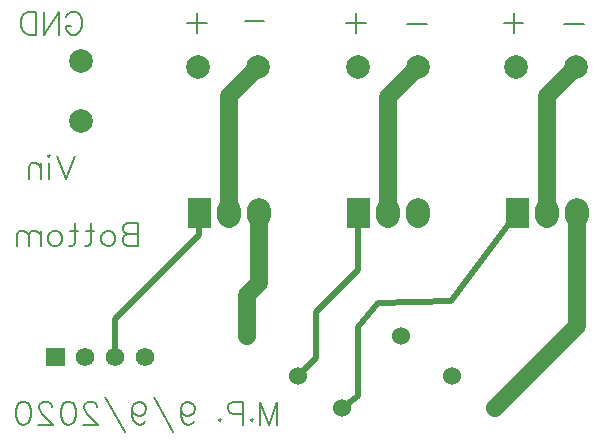
<source format=gbl>
G04 Layer: BottomLayer*
G04 EasyEDA v6.4.20.6, 2021-07-12T14:55:30+02:00*
G04 d0fccb6582e04fcdb478b3de06c523d3,74a9197d99fe486e8768ab895f0c19fe,10*
G04 Gerber Generator version 0.2*
G04 Scale: 100 percent, Rotated: No, Reflected: No *
G04 Dimensions in millimeters *
G04 leading zeros omitted , absolute positions ,4 integer and 5 decimal *
%FSLAX45Y45*%
%MOMM*%

%ADD11C,1.5000*%
%ADD12C,0.5000*%
%ADD13C,0.2032*%
%ADD15C,1.5240*%
%ADD16C,2.0000*%
%ADD18C,1.5748*%

%LPD*%
D13*
X2368041Y-9474708D02*
G01*
X2368041Y-9640824D01*
X2451100Y-9557765D02*
G01*
X2284729Y-9557765D01*
X3714241Y-9474708D02*
G01*
X3714241Y-9640824D01*
X3797300Y-9557765D02*
G01*
X3630929Y-9557765D01*
X5047741Y-9474708D02*
G01*
X5047741Y-9640824D01*
X5130800Y-9557765D02*
G01*
X4964429Y-9557765D01*
X2937677Y-9537189D02*
G01*
X2771421Y-9537189D01*
X4314624Y-9562589D02*
G01*
X4148368Y-9562589D01*
X5644781Y-9562589D02*
G01*
X5478525Y-9562589D01*
X3048000Y-12761653D02*
G01*
X3048000Y-12955615D01*
X3048000Y-12761653D02*
G01*
X2974108Y-12955615D01*
X2900217Y-12761653D02*
G01*
X2974108Y-12955615D01*
X2900217Y-12761653D02*
G01*
X2900217Y-12955615D01*
X2830022Y-12909435D02*
G01*
X2839257Y-12918671D01*
X2830022Y-12927906D01*
X2820784Y-12918671D01*
X2830022Y-12909435D01*
X2759824Y-12761653D02*
G01*
X2759824Y-12955615D01*
X2759824Y-12761653D02*
G01*
X2676697Y-12761653D01*
X2648988Y-12770888D01*
X2639753Y-12780124D01*
X2630515Y-12798597D01*
X2630515Y-12826306D01*
X2639753Y-12844779D01*
X2648988Y-12854015D01*
X2676697Y-12863253D01*
X2759824Y-12863253D01*
X2560320Y-12909435D02*
G01*
X2569555Y-12918671D01*
X2560320Y-12927906D01*
X2551084Y-12918671D01*
X2560320Y-12909435D01*
X2227811Y-12826306D02*
G01*
X2237046Y-12854015D01*
X2255520Y-12872488D01*
X2283228Y-12881724D01*
X2292464Y-12881724D01*
X2320175Y-12872488D01*
X2338646Y-12854015D01*
X2347884Y-12826306D01*
X2347884Y-12817071D01*
X2338646Y-12789362D01*
X2320175Y-12770888D01*
X2292464Y-12761653D01*
X2283228Y-12761653D01*
X2255520Y-12770888D01*
X2237046Y-12789362D01*
X2227811Y-12826306D01*
X2227811Y-12872488D01*
X2237046Y-12918671D01*
X2255520Y-12946379D01*
X2283228Y-12955615D01*
X2301702Y-12955615D01*
X2329411Y-12946379D01*
X2338646Y-12927906D01*
X2000595Y-12724706D02*
G01*
X2166851Y-13020271D01*
X1819564Y-12826306D02*
G01*
X1828800Y-12854015D01*
X1847273Y-12872488D01*
X1874982Y-12881724D01*
X1884217Y-12881724D01*
X1911926Y-12872488D01*
X1930400Y-12854015D01*
X1939635Y-12826306D01*
X1939635Y-12817071D01*
X1930400Y-12789362D01*
X1911926Y-12770888D01*
X1884217Y-12761653D01*
X1874982Y-12761653D01*
X1847273Y-12770888D01*
X1828800Y-12789362D01*
X1819564Y-12826306D01*
X1819564Y-12872488D01*
X1828800Y-12918671D01*
X1847273Y-12946379D01*
X1874982Y-12955615D01*
X1893455Y-12955615D01*
X1921164Y-12946379D01*
X1930400Y-12927906D01*
X1592348Y-12724706D02*
G01*
X1758604Y-13020271D01*
X1522153Y-12807835D02*
G01*
X1522153Y-12798597D01*
X1512915Y-12780124D01*
X1503679Y-12770888D01*
X1485206Y-12761653D01*
X1448262Y-12761653D01*
X1429788Y-12770888D01*
X1420553Y-12780124D01*
X1411315Y-12798597D01*
X1411315Y-12817071D01*
X1420553Y-12835544D01*
X1439024Y-12863253D01*
X1531388Y-12955615D01*
X1402079Y-12955615D01*
X1285702Y-12761653D02*
G01*
X1313411Y-12770888D01*
X1331884Y-12798597D01*
X1341120Y-12844779D01*
X1341120Y-12872488D01*
X1331884Y-12918671D01*
X1313411Y-12946379D01*
X1285702Y-12955615D01*
X1267228Y-12955615D01*
X1239520Y-12946379D01*
X1221046Y-12918671D01*
X1211811Y-12872488D01*
X1211811Y-12844779D01*
X1221046Y-12798597D01*
X1239520Y-12770888D01*
X1267228Y-12761653D01*
X1285702Y-12761653D01*
X1141615Y-12807835D02*
G01*
X1141615Y-12798597D01*
X1132377Y-12780124D01*
X1123142Y-12770888D01*
X1104668Y-12761653D01*
X1067724Y-12761653D01*
X1049251Y-12770888D01*
X1040015Y-12780124D01*
X1030777Y-12798597D01*
X1030777Y-12817071D01*
X1040015Y-12835544D01*
X1058486Y-12863253D01*
X1150851Y-12955615D01*
X1021542Y-12955615D01*
X905164Y-12761653D02*
G01*
X932873Y-12770888D01*
X951344Y-12798597D01*
X960582Y-12844779D01*
X960582Y-12872488D01*
X951344Y-12918671D01*
X932873Y-12946379D01*
X905164Y-12955615D01*
X886691Y-12955615D01*
X858982Y-12946379D01*
X840508Y-12918671D01*
X831273Y-12872488D01*
X831273Y-12844779D01*
X840508Y-12798597D01*
X858982Y-12770888D01*
X886691Y-12761653D01*
X905164Y-12761653D01*
X1258455Y-9505835D02*
G01*
X1267691Y-9487362D01*
X1286164Y-9468888D01*
X1304635Y-9459653D01*
X1341582Y-9459653D01*
X1360055Y-9468888D01*
X1378526Y-9487362D01*
X1387764Y-9505835D01*
X1397000Y-9533544D01*
X1397000Y-9579724D01*
X1387764Y-9607435D01*
X1378526Y-9625906D01*
X1360055Y-9644379D01*
X1341582Y-9653615D01*
X1304635Y-9653615D01*
X1286164Y-9644379D01*
X1267691Y-9625906D01*
X1258455Y-9607435D01*
X1258455Y-9579724D01*
X1304635Y-9579724D02*
G01*
X1258455Y-9579724D01*
X1197495Y-9459653D02*
G01*
X1197495Y-9653615D01*
X1197495Y-9459653D02*
G01*
X1068184Y-9653615D01*
X1068184Y-9459653D02*
G01*
X1068184Y-9653615D01*
X1007224Y-9459653D02*
G01*
X1007224Y-9653615D01*
X1007224Y-9459653D02*
G01*
X942571Y-9459653D01*
X914862Y-9468888D01*
X896388Y-9487362D01*
X887153Y-9505835D01*
X877915Y-9533544D01*
X877915Y-9579724D01*
X887153Y-9607435D01*
X896388Y-9625906D01*
X914862Y-9644379D01*
X942571Y-9653615D01*
X1007224Y-9653615D01*
X1333500Y-10678853D02*
G01*
X1259608Y-10872815D01*
X1185717Y-10678853D02*
G01*
X1259608Y-10872815D01*
X1124757Y-10678853D02*
G01*
X1115522Y-10688088D01*
X1106284Y-10678853D01*
X1115522Y-10669615D01*
X1124757Y-10678853D01*
X1115522Y-10743506D02*
G01*
X1115522Y-10872815D01*
X1045324Y-10743506D02*
G01*
X1045324Y-10872815D01*
X1045324Y-10780453D02*
G01*
X1017615Y-10752744D01*
X999144Y-10743506D01*
X971435Y-10743506D01*
X952962Y-10752744D01*
X943724Y-10780453D01*
X943724Y-10872815D01*
X1866900Y-11250353D02*
G01*
X1866900Y-11444315D01*
X1866900Y-11250353D02*
G01*
X1783773Y-11250353D01*
X1756064Y-11259588D01*
X1746826Y-11268824D01*
X1737591Y-11287297D01*
X1737591Y-11305771D01*
X1746826Y-11324244D01*
X1756064Y-11333479D01*
X1783773Y-11342715D01*
X1866900Y-11342715D02*
G01*
X1783773Y-11342715D01*
X1756064Y-11351953D01*
X1746826Y-11361188D01*
X1737591Y-11379662D01*
X1737591Y-11407371D01*
X1746826Y-11425844D01*
X1756064Y-11435079D01*
X1783773Y-11444315D01*
X1866900Y-11444315D01*
X1630448Y-11315006D02*
G01*
X1648922Y-11324244D01*
X1667395Y-11342715D01*
X1676631Y-11370424D01*
X1676631Y-11388897D01*
X1667395Y-11416606D01*
X1648922Y-11435079D01*
X1630448Y-11444315D01*
X1602739Y-11444315D01*
X1584266Y-11435079D01*
X1565795Y-11416606D01*
X1556557Y-11388897D01*
X1556557Y-11370424D01*
X1565795Y-11342715D01*
X1584266Y-11324244D01*
X1602739Y-11315006D01*
X1630448Y-11315006D01*
X1467888Y-11250353D02*
G01*
X1467888Y-11407371D01*
X1458653Y-11435079D01*
X1440179Y-11444315D01*
X1421706Y-11444315D01*
X1495597Y-11315006D02*
G01*
X1430944Y-11315006D01*
X1333037Y-11250353D02*
G01*
X1333037Y-11407371D01*
X1323802Y-11435079D01*
X1305328Y-11444315D01*
X1286855Y-11444315D01*
X1360746Y-11315006D02*
G01*
X1296093Y-11315006D01*
X1179715Y-11315006D02*
G01*
X1198186Y-11324244D01*
X1216660Y-11342715D01*
X1225895Y-11370424D01*
X1225895Y-11388897D01*
X1216660Y-11416606D01*
X1198186Y-11435079D01*
X1179715Y-11444315D01*
X1152004Y-11444315D01*
X1133533Y-11435079D01*
X1115060Y-11416606D01*
X1105824Y-11388897D01*
X1105824Y-11370424D01*
X1115060Y-11342715D01*
X1133533Y-11324244D01*
X1152004Y-11315006D01*
X1179715Y-11315006D01*
X1044864Y-11315006D02*
G01*
X1044864Y-11444315D01*
X1044864Y-11351953D02*
G01*
X1017155Y-11324244D01*
X998682Y-11315006D01*
X970973Y-11315006D01*
X952500Y-11324244D01*
X943264Y-11351953D01*
X943264Y-11444315D01*
X943264Y-11351953D02*
G01*
X915555Y-11324244D01*
X897082Y-11315006D01*
X869373Y-11315006D01*
X850900Y-11324244D01*
X841664Y-11351953D01*
X841664Y-11444315D01*
D11*
X5575300Y-9931400D02*
G01*
X5334000Y-10172700D01*
X5334000Y-11163300D01*
X4241800Y-9931400D02*
G01*
X3987800Y-10185400D01*
X3987800Y-11163300D01*
X2882900Y-9931400D02*
G01*
X2641600Y-10172700D01*
X2641600Y-11163300D01*
D12*
X3594100Y-12814300D02*
G01*
X3733800Y-12712700D01*
X3733800Y-12128500D01*
X3898900Y-11925300D01*
X4521200Y-11912600D01*
X5080000Y-11163300D01*
X3225800Y-12547600D02*
G01*
X3378200Y-12395200D01*
X3378200Y-12001500D01*
X3733800Y-11645900D01*
X3733800Y-11163300D01*
X1676400Y-12382500D02*
G01*
X1676400Y-12064994D01*
X2387600Y-11353794D01*
X2387600Y-11163300D01*
D11*
X5588000Y-11163300D02*
G01*
X5588000Y-12120402D01*
X4894102Y-12814300D01*
X2794000Y-12204700D02*
G01*
X2794000Y-11861800D01*
X2895600Y-11760200D01*
X2895600Y-11163300D01*
G36*
X2287524Y-11038331D02*
G01*
X2487675Y-11038331D01*
X2487675Y-11288268D01*
X2287524Y-11288268D01*
G37*
G36*
X3633724Y-11038331D02*
G01*
X3833875Y-11038331D01*
X3833875Y-11288268D01*
X3633724Y-11288268D01*
G37*
G36*
X4979924Y-11038331D02*
G01*
X5180075Y-11038331D01*
X5180075Y-11288268D01*
X4979924Y-11288268D01*
G37*
D15*
G01*
X2794000Y-12204700D03*
G01*
X4093997Y-12204700D03*
G01*
X3225800Y-12547600D03*
G01*
X4525797Y-12547600D03*
G01*
X3594100Y-12814300D03*
G01*
X4894097Y-12814300D03*
D16*
G01*
X1384300Y-9880600D03*
G01*
X1384300Y-10388600D03*
G01*
X5575300Y-9931400D03*
G01*
X5067300Y-9931400D03*
G01*
X4241800Y-9931400D03*
G01*
X3733800Y-9931400D03*
G01*
X2882900Y-9931400D03*
G01*
X2374900Y-9931400D03*
G36*
X1089660Y-12303760D02*
G01*
X1247139Y-12303760D01*
X1247139Y-12461239D01*
X1089660Y-12461239D01*
G37*
D18*
G01*
X1422400Y-12382500D03*
G01*
X1676400Y-12382500D03*
G01*
X1930400Y-12382500D03*
D16*
X2895600Y-11138301D02*
G01*
X2895600Y-11188301D01*
X2641600Y-11138301D02*
G01*
X2641600Y-11188301D01*
X4241800Y-11138301D02*
G01*
X4241800Y-11188301D01*
X3987800Y-11138301D02*
G01*
X3987800Y-11188301D01*
X5588000Y-11138301D02*
G01*
X5588000Y-11188301D01*
X5334000Y-11138301D02*
G01*
X5334000Y-11188301D01*
M02*

</source>
